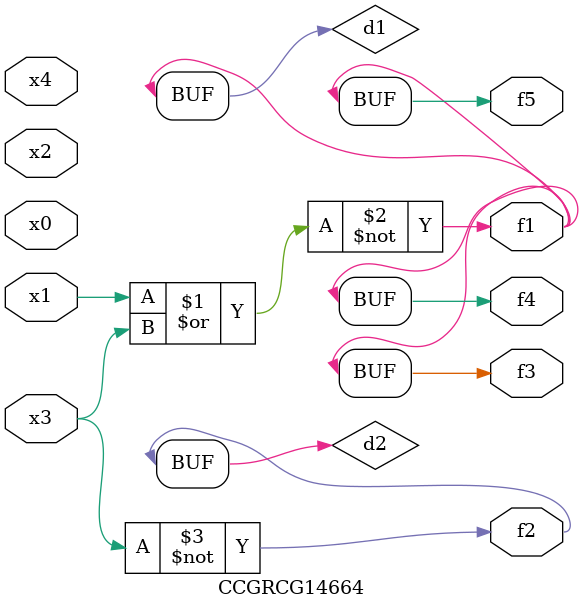
<source format=v>
module CCGRCG14664(
	input x0, x1, x2, x3, x4,
	output f1, f2, f3, f4, f5
);

	wire d1, d2;

	nor (d1, x1, x3);
	not (d2, x3);
	assign f1 = d1;
	assign f2 = d2;
	assign f3 = d1;
	assign f4 = d1;
	assign f5 = d1;
endmodule

</source>
